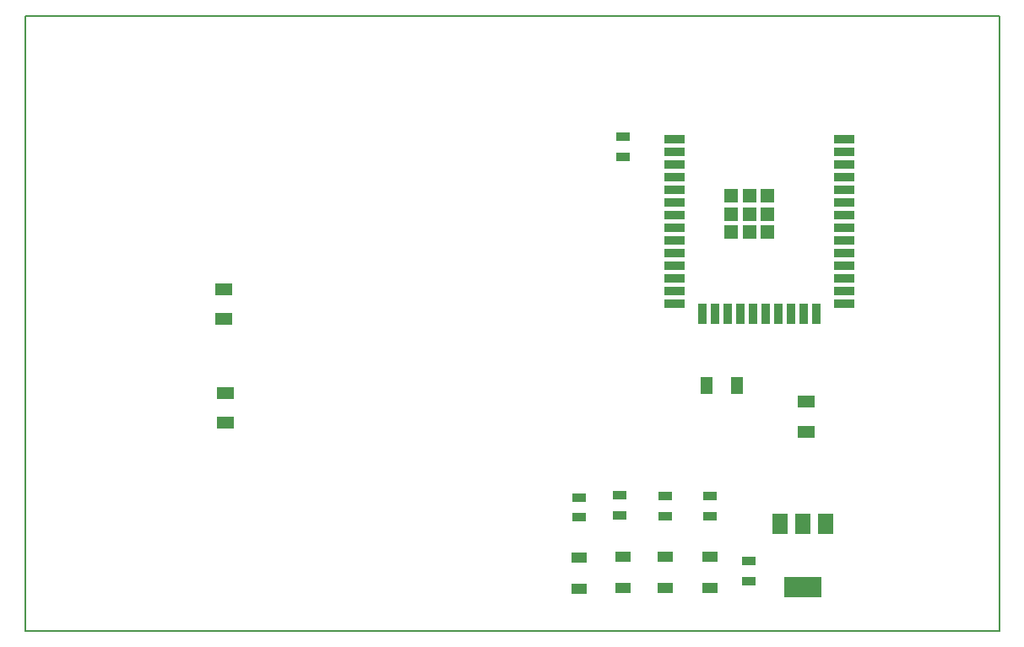
<source format=gbr>
G04 PROTEUS GERBER X2 FILE*
%TF.GenerationSoftware,Labcenter,Proteus,8.17-SP2-Build37159*%
%TF.CreationDate,2024-05-15T18:34:46+00:00*%
%TF.FileFunction,Paste,Top*%
%TF.FilePolarity,Positive*%
%TF.Part,Single*%
%TF.SameCoordinates,{2fb43601-861e-418b-a464-66e3711116c9}*%
%FSLAX45Y45*%
%MOMM*%
G01*
%TA.AperFunction,Material*%
%ADD44R,1.524000X2.032000*%
%ADD45R,3.810000X2.032000*%
%TA.AperFunction,Material*%
%ADD46R,1.447800X0.939800*%
%ADD47R,1.524000X1.016000*%
%ADD48R,1.803400X1.143000*%
%ADD49R,1.143000X1.803400*%
%TA.AperFunction,Material*%
%ADD50R,2.000000X0.900000*%
%ADD51R,0.900000X2.000000*%
%ADD52R,1.330000X1.330000*%
%TA.AperFunction,Profile*%
%ADD25C,0.150000*%
%TD.AperFunction*%
D44*
X+3565140Y-2081750D03*
D45*
X+3334000Y-2711670D03*
D44*
X+3334000Y-2081750D03*
X+3102860Y-2081750D03*
D46*
X+2790000Y-2652750D03*
X+2790000Y-2452750D03*
X+1530000Y+1607250D03*
X+1530000Y+1807250D03*
D47*
X+1090000Y-2732750D03*
X+1090000Y-2417790D03*
D46*
X+1091000Y-2012750D03*
X+1091000Y-1812750D03*
D47*
X+1531000Y-2724750D03*
X+1531000Y-2409790D03*
D46*
X+1501000Y-1992750D03*
X+1501000Y-1792750D03*
D47*
X+1958000Y-2724750D03*
X+1958000Y-2409790D03*
D46*
X+1952000Y-1999750D03*
X+1952000Y-1799750D03*
D47*
X+2399600Y-2721950D03*
X+2399600Y-2406990D03*
D46*
X+2405600Y-2000950D03*
X+2405600Y-1800950D03*
D48*
X-2470000Y+277250D03*
X-2470000Y-22750D03*
X-2460000Y-1062750D03*
X-2460000Y-762750D03*
D49*
X+2670000Y-692750D03*
X+2370000Y-692750D03*
D48*
X+3370000Y-852750D03*
X+3370000Y-1152750D03*
D50*
X+2050000Y+1780000D03*
X+2050000Y+1653000D03*
X+2050000Y+1526000D03*
X+2050000Y+1399000D03*
X+2050000Y+1272000D03*
X+2050000Y+1145000D03*
X+2050000Y+1018000D03*
X+2050000Y+891000D03*
X+2050000Y+764000D03*
X+2050000Y+637000D03*
X+2050000Y+510000D03*
X+2050000Y+383000D03*
X+2050000Y+256000D03*
X+2050000Y+129000D03*
D51*
X+2328500Y+29000D03*
X+2455500Y+29000D03*
X+2582500Y+29000D03*
X+2709500Y+29000D03*
X+2836500Y+29000D03*
X+2963500Y+29000D03*
X+3090500Y+29000D03*
X+3217500Y+29000D03*
X+3344500Y+29000D03*
X+3471500Y+29000D03*
D50*
X+3750000Y+129000D03*
X+3750000Y+256000D03*
X+3750000Y+383000D03*
X+3750000Y+510000D03*
X+3750000Y+637000D03*
X+3750000Y+764000D03*
X+3750000Y+891000D03*
X+3750000Y+1018000D03*
X+3750000Y+1145000D03*
X+3750000Y+1272000D03*
X+3750000Y+1399000D03*
X+3750000Y+1526000D03*
X+3750000Y+1653000D03*
X+3750000Y+1780000D03*
D52*
X+2617000Y+1214000D03*
X+2800000Y+1214000D03*
X+2983000Y+1214000D03*
X+2617000Y+1030000D03*
X+2800000Y+1030000D03*
X+2983000Y+1030000D03*
X+2617000Y+847000D03*
X+2800000Y+847000D03*
X+2983000Y+847000D03*
D25*
X-4465000Y-3152750D02*
X+5305000Y-3152750D01*
X+5305000Y+3017250D01*
X-4465000Y+3017250D01*
X-4465000Y-3152750D01*
M02*

</source>
